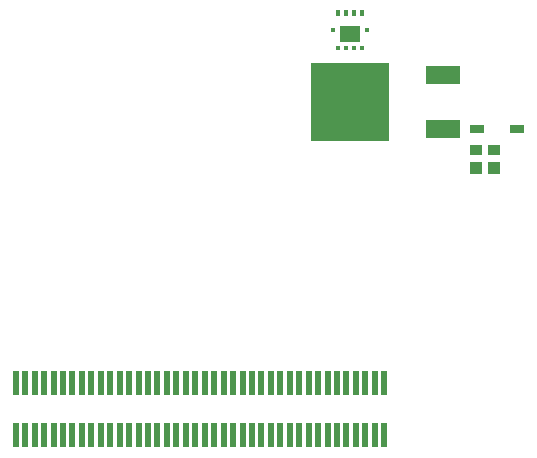
<source format=gbp>
G04*
G04 #@! TF.GenerationSoftware,Altium Limited,Altium Designer,24.0.1 (36)*
G04*
G04 Layer_Color=128*
%FSLAX44Y44*%
%MOMM*%
G71*
G04*
G04 #@! TF.SameCoordinates,516FB9ED-FB34-4965-85CA-DC03E0874189*
G04*
G04*
G04 #@! TF.FilePolarity,Positive*
G04*
G01*
G75*
%ADD15R,1.0500X1.0000*%
%ADD16R,0.4000X0.3000*%
%ADD17R,0.3800X0.4300*%
%ADD18R,0.3500X0.5000*%
%ADD19R,1.0000X0.9500*%
%ADD20R,1.2100X0.7300*%
%ADD21R,3.0000X1.6000*%
%ADD22R,6.7000X6.7000*%
%ADD62R,0.5000X2.0000*%
G36*
X135218Y37809D02*
Y51091D01*
X118783D01*
Y37809D01*
X135218D01*
D02*
G37*
D15*
X233300Y-68580D02*
D03*
X249300D02*
D03*
D16*
X136750Y33050D02*
D03*
X130250D02*
D03*
X117250D02*
D03*
X123750D02*
D03*
D17*
X141150Y48050D02*
D03*
X112850D02*
D03*
D18*
X136750Y62050D02*
D03*
X117250D02*
D03*
X130250D02*
D03*
X123750D02*
D03*
D19*
X233300Y-53340D02*
D03*
X249300D02*
D03*
D20*
X234660Y-35560D02*
D03*
X268260D02*
D03*
D21*
X205500Y10160D02*
D03*
Y-35560D02*
D03*
D22*
X127000Y-12700D02*
D03*
D62*
X156000Y-295050D02*
D03*
Y-251050D02*
D03*
X148000Y-295050D02*
D03*
Y-251050D02*
D03*
X140000Y-295050D02*
D03*
Y-251050D02*
D03*
X132000Y-295050D02*
D03*
Y-251050D02*
D03*
X124000Y-295050D02*
D03*
Y-251050D02*
D03*
X116000Y-295050D02*
D03*
Y-251050D02*
D03*
X108000Y-295050D02*
D03*
Y-251050D02*
D03*
X100000Y-295050D02*
D03*
Y-251050D02*
D03*
X92000Y-295050D02*
D03*
Y-251050D02*
D03*
X84000Y-295050D02*
D03*
Y-251050D02*
D03*
X76000Y-295050D02*
D03*
Y-251050D02*
D03*
X68000Y-295050D02*
D03*
Y-251050D02*
D03*
X60000Y-295050D02*
D03*
Y-251050D02*
D03*
X52000Y-295050D02*
D03*
Y-251050D02*
D03*
X44000Y-295050D02*
D03*
Y-251050D02*
D03*
X36000Y-295050D02*
D03*
Y-251050D02*
D03*
X28000Y-295050D02*
D03*
Y-251050D02*
D03*
X20000Y-295050D02*
D03*
Y-251050D02*
D03*
X12000Y-295050D02*
D03*
Y-251050D02*
D03*
X4000Y-295050D02*
D03*
Y-251050D02*
D03*
X-4000Y-295050D02*
D03*
Y-251050D02*
D03*
X-12000Y-295050D02*
D03*
Y-251050D02*
D03*
X-20000Y-295050D02*
D03*
Y-251050D02*
D03*
X-28000Y-295050D02*
D03*
Y-251050D02*
D03*
X-36000Y-295050D02*
D03*
Y-251050D02*
D03*
X-44000Y-295050D02*
D03*
Y-251050D02*
D03*
X-52000Y-295050D02*
D03*
Y-251050D02*
D03*
X-60000Y-295050D02*
D03*
Y-251050D02*
D03*
X-68000Y-295050D02*
D03*
Y-251050D02*
D03*
X-76000Y-295050D02*
D03*
Y-251050D02*
D03*
X-84000Y-295050D02*
D03*
Y-251050D02*
D03*
X-92000Y-295050D02*
D03*
Y-251050D02*
D03*
X-100000Y-295050D02*
D03*
Y-251050D02*
D03*
X-108000Y-295050D02*
D03*
Y-251050D02*
D03*
X-116000Y-295050D02*
D03*
Y-251050D02*
D03*
X-124000Y-295050D02*
D03*
Y-251050D02*
D03*
X-132000Y-295050D02*
D03*
Y-251050D02*
D03*
X-140000Y-295050D02*
D03*
Y-251050D02*
D03*
X-148000Y-295050D02*
D03*
Y-251050D02*
D03*
X-156000Y-295050D02*
D03*
Y-251050D02*
D03*
M02*

</source>
